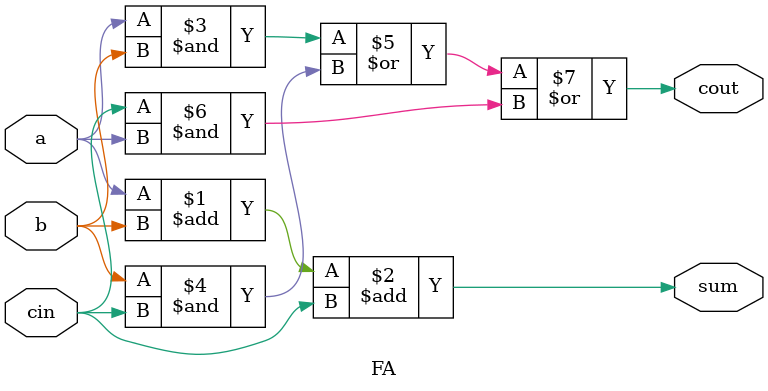
<source format=v>
module top_module( 
    input [2:0] a, b,
    input cin,
    output [2:0] cout,
    output [2:0] sum );

    FA ins1 (a[0], b[0], cin, cout[0], sum[0]);
    FA ins2 (a[1], b[1], cout[0], cout[1], sum[1]);
    FA ins3 (a[2], b[2], cout[1], cout[2], sum[2]);
endmodule

module FA( 
    input a, b, cin,
    output cout, sum );

    assign sum = a + b + cin;
    assign cout = a&b | b&cin | cin&a;
endmodule

</source>
